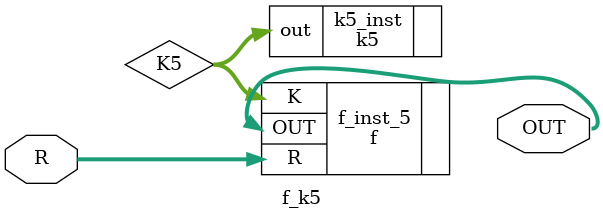
<source format=v>
/**
 * Round function del round 5: funzione f(R, K)
 *
 * Utilizza R4 del round precedente e K5
 * per calcolare il valore (facendo lo XOR con L4) di R5.
*/

module f_k5(
    input [32:1] R,
    output [32:1] OUT
);

    wire [48:1] K5;
    k5 k5_inst(
        .out(K5[48:1])
    );

    f f_inst_5(
        .R(R[32:1]),
        .K(K5[48:1]),
        .OUT(OUT[32:1])
    );
endmodule

</source>
